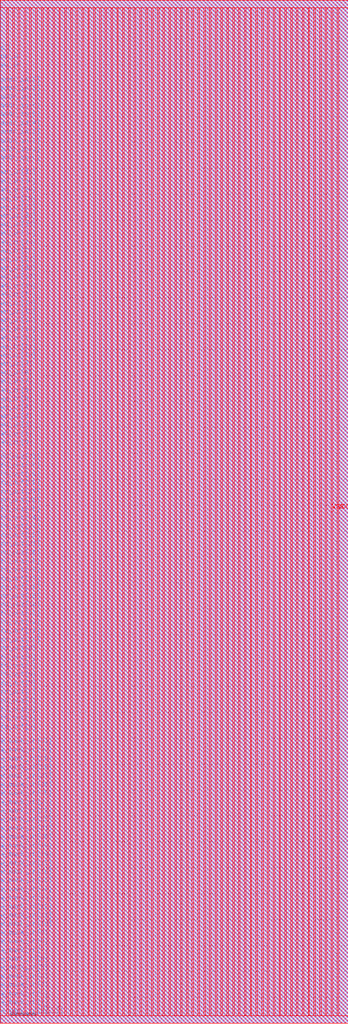
<source format=lef>
VERSION 5.7 ;
BUSBITCHARS "[]" ;
MACRO fakeram45_1024x32
  FOREIGN fakeram45_1024x32 0 0 ;
  SYMMETRY X Y R90 ;
  SIZE 67.260 BY 197.400 ;
  CLASS BLOCK ;
  PIN w_mask_in[0]
    DIRECTION INPUT ;
    USE SIGNAL ;
    SHAPE ABUTMENT ;
    PORT
      LAYER metal3 ;
      RECT 0.000 1.365 0.070 1.435 ;
    END
  END w_mask_in[0]
  PIN w_mask_in[1]
    DIRECTION INPUT ;
    USE SIGNAL ;
    SHAPE ABUTMENT ;
    PORT
      LAYER metal3 ;
      RECT 0.000 3.045 0.070 3.115 ;
    END
  END w_mask_in[1]
  PIN w_mask_in[2]
    DIRECTION INPUT ;
    USE SIGNAL ;
    SHAPE ABUTMENT ;
    PORT
      LAYER metal3 ;
      RECT 0.000 4.725 0.070 4.795 ;
    END
  END w_mask_in[2]
  PIN w_mask_in[3]
    DIRECTION INPUT ;
    USE SIGNAL ;
    SHAPE ABUTMENT ;
    PORT
      LAYER metal3 ;
      RECT 0.000 6.405 0.070 6.475 ;
    END
  END w_mask_in[3]
  PIN w_mask_in[4]
    DIRECTION INPUT ;
    USE SIGNAL ;
    SHAPE ABUTMENT ;
    PORT
      LAYER metal3 ;
      RECT 0.000 8.085 0.070 8.155 ;
    END
  END w_mask_in[4]
  PIN w_mask_in[5]
    DIRECTION INPUT ;
    USE SIGNAL ;
    SHAPE ABUTMENT ;
    PORT
      LAYER metal3 ;
      RECT 0.000 9.765 0.070 9.835 ;
    END
  END w_mask_in[5]
  PIN w_mask_in[6]
    DIRECTION INPUT ;
    USE SIGNAL ;
    SHAPE ABUTMENT ;
    PORT
      LAYER metal3 ;
      RECT 0.000 11.445 0.070 11.515 ;
    END
  END w_mask_in[6]
  PIN w_mask_in[7]
    DIRECTION INPUT ;
    USE SIGNAL ;
    SHAPE ABUTMENT ;
    PORT
      LAYER metal3 ;
      RECT 0.000 13.125 0.070 13.195 ;
    END
  END w_mask_in[7]
  PIN w_mask_in[8]
    DIRECTION INPUT ;
    USE SIGNAL ;
    SHAPE ABUTMENT ;
    PORT
      LAYER metal3 ;
      RECT 0.000 14.805 0.070 14.875 ;
    END
  END w_mask_in[8]
  PIN w_mask_in[9]
    DIRECTION INPUT ;
    USE SIGNAL ;
    SHAPE ABUTMENT ;
    PORT
      LAYER metal3 ;
      RECT 0.000 16.485 0.070 16.555 ;
    END
  END w_mask_in[9]
  PIN w_mask_in[10]
    DIRECTION INPUT ;
    USE SIGNAL ;
    SHAPE ABUTMENT ;
    PORT
      LAYER metal3 ;
      RECT 0.000 18.165 0.070 18.235 ;
    END
  END w_mask_in[10]
  PIN w_mask_in[11]
    DIRECTION INPUT ;
    USE SIGNAL ;
    SHAPE ABUTMENT ;
    PORT
      LAYER metal3 ;
      RECT 0.000 19.845 0.070 19.915 ;
    END
  END w_mask_in[11]
  PIN w_mask_in[12]
    DIRECTION INPUT ;
    USE SIGNAL ;
    SHAPE ABUTMENT ;
    PORT
      LAYER metal3 ;
      RECT 0.000 21.525 0.070 21.595 ;
    END
  END w_mask_in[12]
  PIN w_mask_in[13]
    DIRECTION INPUT ;
    USE SIGNAL ;
    SHAPE ABUTMENT ;
    PORT
      LAYER metal3 ;
      RECT 0.000 23.205 0.070 23.275 ;
    END
  END w_mask_in[13]
  PIN w_mask_in[14]
    DIRECTION INPUT ;
    USE SIGNAL ;
    SHAPE ABUTMENT ;
    PORT
      LAYER metal3 ;
      RECT 0.000 24.885 0.070 24.955 ;
    END
  END w_mask_in[14]
  PIN w_mask_in[15]
    DIRECTION INPUT ;
    USE SIGNAL ;
    SHAPE ABUTMENT ;
    PORT
      LAYER metal3 ;
      RECT 0.000 26.565 0.070 26.635 ;
    END
  END w_mask_in[15]
  PIN w_mask_in[16]
    DIRECTION INPUT ;
    USE SIGNAL ;
    SHAPE ABUTMENT ;
    PORT
      LAYER metal3 ;
      RECT 0.000 28.245 0.070 28.315 ;
    END
  END w_mask_in[16]
  PIN w_mask_in[17]
    DIRECTION INPUT ;
    USE SIGNAL ;
    SHAPE ABUTMENT ;
    PORT
      LAYER metal3 ;
      RECT 0.000 29.925 0.070 29.995 ;
    END
  END w_mask_in[17]
  PIN w_mask_in[18]
    DIRECTION INPUT ;
    USE SIGNAL ;
    SHAPE ABUTMENT ;
    PORT
      LAYER metal3 ;
      RECT 0.000 31.605 0.070 31.675 ;
    END
  END w_mask_in[18]
  PIN w_mask_in[19]
    DIRECTION INPUT ;
    USE SIGNAL ;
    SHAPE ABUTMENT ;
    PORT
      LAYER metal3 ;
      RECT 0.000 33.285 0.070 33.355 ;
    END
  END w_mask_in[19]
  PIN w_mask_in[20]
    DIRECTION INPUT ;
    USE SIGNAL ;
    SHAPE ABUTMENT ;
    PORT
      LAYER metal3 ;
      RECT 0.000 34.965 0.070 35.035 ;
    END
  END w_mask_in[20]
  PIN w_mask_in[21]
    DIRECTION INPUT ;
    USE SIGNAL ;
    SHAPE ABUTMENT ;
    PORT
      LAYER metal3 ;
      RECT 0.000 36.645 0.070 36.715 ;
    END
  END w_mask_in[21]
  PIN w_mask_in[22]
    DIRECTION INPUT ;
    USE SIGNAL ;
    SHAPE ABUTMENT ;
    PORT
      LAYER metal3 ;
      RECT 0.000 38.325 0.070 38.395 ;
    END
  END w_mask_in[22]
  PIN w_mask_in[23]
    DIRECTION INPUT ;
    USE SIGNAL ;
    SHAPE ABUTMENT ;
    PORT
      LAYER metal3 ;
      RECT 0.000 40.005 0.070 40.075 ;
    END
  END w_mask_in[23]
  PIN w_mask_in[24]
    DIRECTION INPUT ;
    USE SIGNAL ;
    SHAPE ABUTMENT ;
    PORT
      LAYER metal3 ;
      RECT 0.000 41.685 0.070 41.755 ;
    END
  END w_mask_in[24]
  PIN w_mask_in[25]
    DIRECTION INPUT ;
    USE SIGNAL ;
    SHAPE ABUTMENT ;
    PORT
      LAYER metal3 ;
      RECT 0.000 43.365 0.070 43.435 ;
    END
  END w_mask_in[25]
  PIN w_mask_in[26]
    DIRECTION INPUT ;
    USE SIGNAL ;
    SHAPE ABUTMENT ;
    PORT
      LAYER metal3 ;
      RECT 0.000 45.045 0.070 45.115 ;
    END
  END w_mask_in[26]
  PIN w_mask_in[27]
    DIRECTION INPUT ;
    USE SIGNAL ;
    SHAPE ABUTMENT ;
    PORT
      LAYER metal3 ;
      RECT 0.000 46.725 0.070 46.795 ;
    END
  END w_mask_in[27]
  PIN w_mask_in[28]
    DIRECTION INPUT ;
    USE SIGNAL ;
    SHAPE ABUTMENT ;
    PORT
      LAYER metal3 ;
      RECT 0.000 48.405 0.070 48.475 ;
    END
  END w_mask_in[28]
  PIN w_mask_in[29]
    DIRECTION INPUT ;
    USE SIGNAL ;
    SHAPE ABUTMENT ;
    PORT
      LAYER metal3 ;
      RECT 0.000 50.085 0.070 50.155 ;
    END
  END w_mask_in[29]
  PIN w_mask_in[30]
    DIRECTION INPUT ;
    USE SIGNAL ;
    SHAPE ABUTMENT ;
    PORT
      LAYER metal3 ;
      RECT 0.000 51.765 0.070 51.835 ;
    END
  END w_mask_in[30]
  PIN w_mask_in[31]
    DIRECTION INPUT ;
    USE SIGNAL ;
    SHAPE ABUTMENT ;
    PORT
      LAYER metal3 ;
      RECT 0.000 53.445 0.070 53.515 ;
    END
  END w_mask_in[31]
  PIN rd_out[0]
    DIRECTION OUTPUT ;
    USE SIGNAL ;
    SHAPE ABUTMENT ;
    PORT
      LAYER metal3 ;
      RECT 0.000 56.245 0.070 56.315 ;
    END
  END rd_out[0]
  PIN rd_out[1]
    DIRECTION OUTPUT ;
    USE SIGNAL ;
    SHAPE ABUTMENT ;
    PORT
      LAYER metal3 ;
      RECT 0.000 57.925 0.070 57.995 ;
    END
  END rd_out[1]
  PIN rd_out[2]
    DIRECTION OUTPUT ;
    USE SIGNAL ;
    SHAPE ABUTMENT ;
    PORT
      LAYER metal3 ;
      RECT 0.000 59.605 0.070 59.675 ;
    END
  END rd_out[2]
  PIN rd_out[3]
    DIRECTION OUTPUT ;
    USE SIGNAL ;
    SHAPE ABUTMENT ;
    PORT
      LAYER metal3 ;
      RECT 0.000 61.285 0.070 61.355 ;
    END
  END rd_out[3]
  PIN rd_out[4]
    DIRECTION OUTPUT ;
    USE SIGNAL ;
    SHAPE ABUTMENT ;
    PORT
      LAYER metal3 ;
      RECT 0.000 62.965 0.070 63.035 ;
    END
  END rd_out[4]
  PIN rd_out[5]
    DIRECTION OUTPUT ;
    USE SIGNAL ;
    SHAPE ABUTMENT ;
    PORT
      LAYER metal3 ;
      RECT 0.000 64.645 0.070 64.715 ;
    END
  END rd_out[5]
  PIN rd_out[6]
    DIRECTION OUTPUT ;
    USE SIGNAL ;
    SHAPE ABUTMENT ;
    PORT
      LAYER metal3 ;
      RECT 0.000 66.325 0.070 66.395 ;
    END
  END rd_out[6]
  PIN rd_out[7]
    DIRECTION OUTPUT ;
    USE SIGNAL ;
    SHAPE ABUTMENT ;
    PORT
      LAYER metal3 ;
      RECT 0.000 68.005 0.070 68.075 ;
    END
  END rd_out[7]
  PIN rd_out[8]
    DIRECTION OUTPUT ;
    USE SIGNAL ;
    SHAPE ABUTMENT ;
    PORT
      LAYER metal3 ;
      RECT 0.000 69.685 0.070 69.755 ;
    END
  END rd_out[8]
  PIN rd_out[9]
    DIRECTION OUTPUT ;
    USE SIGNAL ;
    SHAPE ABUTMENT ;
    PORT
      LAYER metal3 ;
      RECT 0.000 71.365 0.070 71.435 ;
    END
  END rd_out[9]
  PIN rd_out[10]
    DIRECTION OUTPUT ;
    USE SIGNAL ;
    SHAPE ABUTMENT ;
    PORT
      LAYER metal3 ;
      RECT 0.000 73.045 0.070 73.115 ;
    END
  END rd_out[10]
  PIN rd_out[11]
    DIRECTION OUTPUT ;
    USE SIGNAL ;
    SHAPE ABUTMENT ;
    PORT
      LAYER metal3 ;
      RECT 0.000 74.725 0.070 74.795 ;
    END
  END rd_out[11]
  PIN rd_out[12]
    DIRECTION OUTPUT ;
    USE SIGNAL ;
    SHAPE ABUTMENT ;
    PORT
      LAYER metal3 ;
      RECT 0.000 76.405 0.070 76.475 ;
    END
  END rd_out[12]
  PIN rd_out[13]
    DIRECTION OUTPUT ;
    USE SIGNAL ;
    SHAPE ABUTMENT ;
    PORT
      LAYER metal3 ;
      RECT 0.000 78.085 0.070 78.155 ;
    END
  END rd_out[13]
  PIN rd_out[14]
    DIRECTION OUTPUT ;
    USE SIGNAL ;
    SHAPE ABUTMENT ;
    PORT
      LAYER metal3 ;
      RECT 0.000 79.765 0.070 79.835 ;
    END
  END rd_out[14]
  PIN rd_out[15]
    DIRECTION OUTPUT ;
    USE SIGNAL ;
    SHAPE ABUTMENT ;
    PORT
      LAYER metal3 ;
      RECT 0.000 81.445 0.070 81.515 ;
    END
  END rd_out[15]
  PIN rd_out[16]
    DIRECTION OUTPUT ;
    USE SIGNAL ;
    SHAPE ABUTMENT ;
    PORT
      LAYER metal3 ;
      RECT 0.000 83.125 0.070 83.195 ;
    END
  END rd_out[16]
  PIN rd_out[17]
    DIRECTION OUTPUT ;
    USE SIGNAL ;
    SHAPE ABUTMENT ;
    PORT
      LAYER metal3 ;
      RECT 0.000 84.805 0.070 84.875 ;
    END
  END rd_out[17]
  PIN rd_out[18]
    DIRECTION OUTPUT ;
    USE SIGNAL ;
    SHAPE ABUTMENT ;
    PORT
      LAYER metal3 ;
      RECT 0.000 86.485 0.070 86.555 ;
    END
  END rd_out[18]
  PIN rd_out[19]
    DIRECTION OUTPUT ;
    USE SIGNAL ;
    SHAPE ABUTMENT ;
    PORT
      LAYER metal3 ;
      RECT 0.000 88.165 0.070 88.235 ;
    END
  END rd_out[19]
  PIN rd_out[20]
    DIRECTION OUTPUT ;
    USE SIGNAL ;
    SHAPE ABUTMENT ;
    PORT
      LAYER metal3 ;
      RECT 0.000 89.845 0.070 89.915 ;
    END
  END rd_out[20]
  PIN rd_out[21]
    DIRECTION OUTPUT ;
    USE SIGNAL ;
    SHAPE ABUTMENT ;
    PORT
      LAYER metal3 ;
      RECT 0.000 91.525 0.070 91.595 ;
    END
  END rd_out[21]
  PIN rd_out[22]
    DIRECTION OUTPUT ;
    USE SIGNAL ;
    SHAPE ABUTMENT ;
    PORT
      LAYER metal3 ;
      RECT 0.000 93.205 0.070 93.275 ;
    END
  END rd_out[22]
  PIN rd_out[23]
    DIRECTION OUTPUT ;
    USE SIGNAL ;
    SHAPE ABUTMENT ;
    PORT
      LAYER metal3 ;
      RECT 0.000 94.885 0.070 94.955 ;
    END
  END rd_out[23]
  PIN rd_out[24]
    DIRECTION OUTPUT ;
    USE SIGNAL ;
    SHAPE ABUTMENT ;
    PORT
      LAYER metal3 ;
      RECT 0.000 96.565 0.070 96.635 ;
    END
  END rd_out[24]
  PIN rd_out[25]
    DIRECTION OUTPUT ;
    USE SIGNAL ;
    SHAPE ABUTMENT ;
    PORT
      LAYER metal3 ;
      RECT 0.000 98.245 0.070 98.315 ;
    END
  END rd_out[25]
  PIN rd_out[26]
    DIRECTION OUTPUT ;
    USE SIGNAL ;
    SHAPE ABUTMENT ;
    PORT
      LAYER metal3 ;
      RECT 0.000 99.925 0.070 99.995 ;
    END
  END rd_out[26]
  PIN rd_out[27]
    DIRECTION OUTPUT ;
    USE SIGNAL ;
    SHAPE ABUTMENT ;
    PORT
      LAYER metal3 ;
      RECT 0.000 101.605 0.070 101.675 ;
    END
  END rd_out[27]
  PIN rd_out[28]
    DIRECTION OUTPUT ;
    USE SIGNAL ;
    SHAPE ABUTMENT ;
    PORT
      LAYER metal3 ;
      RECT 0.000 103.285 0.070 103.355 ;
    END
  END rd_out[28]
  PIN rd_out[29]
    DIRECTION OUTPUT ;
    USE SIGNAL ;
    SHAPE ABUTMENT ;
    PORT
      LAYER metal3 ;
      RECT 0.000 104.965 0.070 105.035 ;
    END
  END rd_out[29]
  PIN rd_out[30]
    DIRECTION OUTPUT ;
    USE SIGNAL ;
    SHAPE ABUTMENT ;
    PORT
      LAYER metal3 ;
      RECT 0.000 106.645 0.070 106.715 ;
    END
  END rd_out[30]
  PIN rd_out[31]
    DIRECTION OUTPUT ;
    USE SIGNAL ;
    SHAPE ABUTMENT ;
    PORT
      LAYER metal3 ;
      RECT 0.000 108.325 0.070 108.395 ;
    END
  END rd_out[31]
  PIN wd_in[0]
    DIRECTION INPUT ;
    USE SIGNAL ;
    SHAPE ABUTMENT ;
    PORT
      LAYER metal3 ;
      RECT 0.000 111.125 0.070 111.195 ;
    END
  END wd_in[0]
  PIN wd_in[1]
    DIRECTION INPUT ;
    USE SIGNAL ;
    SHAPE ABUTMENT ;
    PORT
      LAYER metal3 ;
      RECT 0.000 112.805 0.070 112.875 ;
    END
  END wd_in[1]
  PIN wd_in[2]
    DIRECTION INPUT ;
    USE SIGNAL ;
    SHAPE ABUTMENT ;
    PORT
      LAYER metal3 ;
      RECT 0.000 114.485 0.070 114.555 ;
    END
  END wd_in[2]
  PIN wd_in[3]
    DIRECTION INPUT ;
    USE SIGNAL ;
    SHAPE ABUTMENT ;
    PORT
      LAYER metal3 ;
      RECT 0.000 116.165 0.070 116.235 ;
    END
  END wd_in[3]
  PIN wd_in[4]
    DIRECTION INPUT ;
    USE SIGNAL ;
    SHAPE ABUTMENT ;
    PORT
      LAYER metal3 ;
      RECT 0.000 117.845 0.070 117.915 ;
    END
  END wd_in[4]
  PIN wd_in[5]
    DIRECTION INPUT ;
    USE SIGNAL ;
    SHAPE ABUTMENT ;
    PORT
      LAYER metal3 ;
      RECT 0.000 119.525 0.070 119.595 ;
    END
  END wd_in[5]
  PIN wd_in[6]
    DIRECTION INPUT ;
    USE SIGNAL ;
    SHAPE ABUTMENT ;
    PORT
      LAYER metal3 ;
      RECT 0.000 121.205 0.070 121.275 ;
    END
  END wd_in[6]
  PIN wd_in[7]
    DIRECTION INPUT ;
    USE SIGNAL ;
    SHAPE ABUTMENT ;
    PORT
      LAYER metal3 ;
      RECT 0.000 122.885 0.070 122.955 ;
    END
  END wd_in[7]
  PIN wd_in[8]
    DIRECTION INPUT ;
    USE SIGNAL ;
    SHAPE ABUTMENT ;
    PORT
      LAYER metal3 ;
      RECT 0.000 124.565 0.070 124.635 ;
    END
  END wd_in[8]
  PIN wd_in[9]
    DIRECTION INPUT ;
    USE SIGNAL ;
    SHAPE ABUTMENT ;
    PORT
      LAYER metal3 ;
      RECT 0.000 126.245 0.070 126.315 ;
    END
  END wd_in[9]
  PIN wd_in[10]
    DIRECTION INPUT ;
    USE SIGNAL ;
    SHAPE ABUTMENT ;
    PORT
      LAYER metal3 ;
      RECT 0.000 127.925 0.070 127.995 ;
    END
  END wd_in[10]
  PIN wd_in[11]
    DIRECTION INPUT ;
    USE SIGNAL ;
    SHAPE ABUTMENT ;
    PORT
      LAYER metal3 ;
      RECT 0.000 129.605 0.070 129.675 ;
    END
  END wd_in[11]
  PIN wd_in[12]
    DIRECTION INPUT ;
    USE SIGNAL ;
    SHAPE ABUTMENT ;
    PORT
      LAYER metal3 ;
      RECT 0.000 131.285 0.070 131.355 ;
    END
  END wd_in[12]
  PIN wd_in[13]
    DIRECTION INPUT ;
    USE SIGNAL ;
    SHAPE ABUTMENT ;
    PORT
      LAYER metal3 ;
      RECT 0.000 132.965 0.070 133.035 ;
    END
  END wd_in[13]
  PIN wd_in[14]
    DIRECTION INPUT ;
    USE SIGNAL ;
    SHAPE ABUTMENT ;
    PORT
      LAYER metal3 ;
      RECT 0.000 134.645 0.070 134.715 ;
    END
  END wd_in[14]
  PIN wd_in[15]
    DIRECTION INPUT ;
    USE SIGNAL ;
    SHAPE ABUTMENT ;
    PORT
      LAYER metal3 ;
      RECT 0.000 136.325 0.070 136.395 ;
    END
  END wd_in[15]
  PIN wd_in[16]
    DIRECTION INPUT ;
    USE SIGNAL ;
    SHAPE ABUTMENT ;
    PORT
      LAYER metal3 ;
      RECT 0.000 138.005 0.070 138.075 ;
    END
  END wd_in[16]
  PIN wd_in[17]
    DIRECTION INPUT ;
    USE SIGNAL ;
    SHAPE ABUTMENT ;
    PORT
      LAYER metal3 ;
      RECT 0.000 139.685 0.070 139.755 ;
    END
  END wd_in[17]
  PIN wd_in[18]
    DIRECTION INPUT ;
    USE SIGNAL ;
    SHAPE ABUTMENT ;
    PORT
      LAYER metal3 ;
      RECT 0.000 141.365 0.070 141.435 ;
    END
  END wd_in[18]
  PIN wd_in[19]
    DIRECTION INPUT ;
    USE SIGNAL ;
    SHAPE ABUTMENT ;
    PORT
      LAYER metal3 ;
      RECT 0.000 143.045 0.070 143.115 ;
    END
  END wd_in[19]
  PIN wd_in[20]
    DIRECTION INPUT ;
    USE SIGNAL ;
    SHAPE ABUTMENT ;
    PORT
      LAYER metal3 ;
      RECT 0.000 144.725 0.070 144.795 ;
    END
  END wd_in[20]
  PIN wd_in[21]
    DIRECTION INPUT ;
    USE SIGNAL ;
    SHAPE ABUTMENT ;
    PORT
      LAYER metal3 ;
      RECT 0.000 146.405 0.070 146.475 ;
    END
  END wd_in[21]
  PIN wd_in[22]
    DIRECTION INPUT ;
    USE SIGNAL ;
    SHAPE ABUTMENT ;
    PORT
      LAYER metal3 ;
      RECT 0.000 148.085 0.070 148.155 ;
    END
  END wd_in[22]
  PIN wd_in[23]
    DIRECTION INPUT ;
    USE SIGNAL ;
    SHAPE ABUTMENT ;
    PORT
      LAYER metal3 ;
      RECT 0.000 149.765 0.070 149.835 ;
    END
  END wd_in[23]
  PIN wd_in[24]
    DIRECTION INPUT ;
    USE SIGNAL ;
    SHAPE ABUTMENT ;
    PORT
      LAYER metal3 ;
      RECT 0.000 151.445 0.070 151.515 ;
    END
  END wd_in[24]
  PIN wd_in[25]
    DIRECTION INPUT ;
    USE SIGNAL ;
    SHAPE ABUTMENT ;
    PORT
      LAYER metal3 ;
      RECT 0.000 153.125 0.070 153.195 ;
    END
  END wd_in[25]
  PIN wd_in[26]
    DIRECTION INPUT ;
    USE SIGNAL ;
    SHAPE ABUTMENT ;
    PORT
      LAYER metal3 ;
      RECT 0.000 154.805 0.070 154.875 ;
    END
  END wd_in[26]
  PIN wd_in[27]
    DIRECTION INPUT ;
    USE SIGNAL ;
    SHAPE ABUTMENT ;
    PORT
      LAYER metal3 ;
      RECT 0.000 156.485 0.070 156.555 ;
    END
  END wd_in[27]
  PIN wd_in[28]
    DIRECTION INPUT ;
    USE SIGNAL ;
    SHAPE ABUTMENT ;
    PORT
      LAYER metal3 ;
      RECT 0.000 158.165 0.070 158.235 ;
    END
  END wd_in[28]
  PIN wd_in[29]
    DIRECTION INPUT ;
    USE SIGNAL ;
    SHAPE ABUTMENT ;
    PORT
      LAYER metal3 ;
      RECT 0.000 159.845 0.070 159.915 ;
    END
  END wd_in[29]
  PIN wd_in[30]
    DIRECTION INPUT ;
    USE SIGNAL ;
    SHAPE ABUTMENT ;
    PORT
      LAYER metal3 ;
      RECT 0.000 161.525 0.070 161.595 ;
    END
  END wd_in[30]
  PIN wd_in[31]
    DIRECTION INPUT ;
    USE SIGNAL ;
    SHAPE ABUTMENT ;
    PORT
      LAYER metal3 ;
      RECT 0.000 163.205 0.070 163.275 ;
    END
  END wd_in[31]
  PIN addr_in[0]
    DIRECTION INPUT ;
    USE SIGNAL ;
    SHAPE ABUTMENT ;
    PORT
      LAYER metal3 ;
      RECT 0.000 166.005 0.070 166.075 ;
    END
  END addr_in[0]
  PIN addr_in[1]
    DIRECTION INPUT ;
    USE SIGNAL ;
    SHAPE ABUTMENT ;
    PORT
      LAYER metal3 ;
      RECT 0.000 167.685 0.070 167.755 ;
    END
  END addr_in[1]
  PIN addr_in[2]
    DIRECTION INPUT ;
    USE SIGNAL ;
    SHAPE ABUTMENT ;
    PORT
      LAYER metal3 ;
      RECT 0.000 169.365 0.070 169.435 ;
    END
  END addr_in[2]
  PIN addr_in[3]
    DIRECTION INPUT ;
    USE SIGNAL ;
    SHAPE ABUTMENT ;
    PORT
      LAYER metal3 ;
      RECT 0.000 171.045 0.070 171.115 ;
    END
  END addr_in[3]
  PIN addr_in[4]
    DIRECTION INPUT ;
    USE SIGNAL ;
    SHAPE ABUTMENT ;
    PORT
      LAYER metal3 ;
      RECT 0.000 172.725 0.070 172.795 ;
    END
  END addr_in[4]
  PIN addr_in[5]
    DIRECTION INPUT ;
    USE SIGNAL ;
    SHAPE ABUTMENT ;
    PORT
      LAYER metal3 ;
      RECT 0.000 174.405 0.070 174.475 ;
    END
  END addr_in[5]
  PIN addr_in[6]
    DIRECTION INPUT ;
    USE SIGNAL ;
    SHAPE ABUTMENT ;
    PORT
      LAYER metal3 ;
      RECT 0.000 176.085 0.070 176.155 ;
    END
  END addr_in[6]
  PIN addr_in[7]
    DIRECTION INPUT ;
    USE SIGNAL ;
    SHAPE ABUTMENT ;
    PORT
      LAYER metal3 ;
      RECT 0.000 177.765 0.070 177.835 ;
    END
  END addr_in[7]
  PIN addr_in[8]
    DIRECTION INPUT ;
    USE SIGNAL ;
    SHAPE ABUTMENT ;
    PORT
      LAYER metal3 ;
      RECT 0.000 179.445 0.070 179.515 ;
    END
  END addr_in[8]
  PIN addr_in[9]
    DIRECTION INPUT ;
    USE SIGNAL ;
    SHAPE ABUTMENT ;
    PORT
      LAYER metal3 ;
      RECT 0.000 181.125 0.070 181.195 ;
    END
  END addr_in[9]
  PIN we_in
    DIRECTION INPUT ;
    USE SIGNAL ;
    SHAPE ABUTMENT ;
    PORT
      LAYER metal3 ;
      RECT 0.000 183.925 0.070 183.995 ;
    END
  END we_in
  PIN ce_in
    DIRECTION INPUT ;
    USE SIGNAL ;
    SHAPE ABUTMENT ;
    PORT
      LAYER metal3 ;
      RECT 0.000 185.605 0.070 185.675 ;
    END
  END ce_in
  PIN clk
    DIRECTION INPUT ;
    USE SIGNAL ;
    SHAPE ABUTMENT ;
    PORT
      LAYER metal3 ;
      RECT 0.000 187.285 0.070 187.355 ;
    END
  END clk
  PIN VSS
    DIRECTION INOUT ;
    USE GROUND ;
    PORT
      LAYER metal4 ;
      RECT 1.260 1.400 1.540 196.000 ;
      RECT 3.500 1.400 3.780 196.000 ;
      RECT 5.740 1.400 6.020 196.000 ;
      RECT 7.980 1.400 8.260 196.000 ;
      RECT 10.220 1.400 10.500 196.000 ;
      RECT 12.460 1.400 12.740 196.000 ;
      RECT 14.700 1.400 14.980 196.000 ;
      RECT 16.940 1.400 17.220 196.000 ;
      RECT 19.180 1.400 19.460 196.000 ;
      RECT 21.420 1.400 21.700 196.000 ;
      RECT 23.660 1.400 23.940 196.000 ;
      RECT 25.900 1.400 26.180 196.000 ;
      RECT 28.140 1.400 28.420 196.000 ;
      RECT 30.380 1.400 30.660 196.000 ;
      RECT 32.620 1.400 32.900 196.000 ;
      RECT 34.860 1.400 35.140 196.000 ;
      RECT 37.100 1.400 37.380 196.000 ;
      RECT 39.340 1.400 39.620 196.000 ;
      RECT 41.580 1.400 41.860 196.000 ;
      RECT 43.820 1.400 44.100 196.000 ;
      RECT 46.060 1.400 46.340 196.000 ;
      RECT 48.300 1.400 48.580 196.000 ;
      RECT 50.540 1.400 50.820 196.000 ;
      RECT 52.780 1.400 53.060 196.000 ;
      RECT 55.020 1.400 55.300 196.000 ;
      RECT 57.260 1.400 57.540 196.000 ;
      RECT 59.500 1.400 59.780 196.000 ;
      RECT 61.740 1.400 62.020 196.000 ;
      RECT 63.980 1.400 64.260 196.000 ;
    END
  END VSS
  PIN VDD
    DIRECTION INOUT ;
    USE POWER ;
    PORT
      LAYER metal4 ;
      RECT 2.380 1.400 2.660 196.000 ;
      RECT 4.620 1.400 4.900 196.000 ;
      RECT 6.860 1.400 7.140 196.000 ;
      RECT 9.100 1.400 9.380 196.000 ;
      RECT 11.340 1.400 11.620 196.000 ;
      RECT 13.580 1.400 13.860 196.000 ;
      RECT 15.820 1.400 16.100 196.000 ;
      RECT 18.060 1.400 18.340 196.000 ;
      RECT 20.300 1.400 20.580 196.000 ;
      RECT 22.540 1.400 22.820 196.000 ;
      RECT 24.780 1.400 25.060 196.000 ;
      RECT 27.020 1.400 27.300 196.000 ;
      RECT 29.260 1.400 29.540 196.000 ;
      RECT 31.500 1.400 31.780 196.000 ;
      RECT 33.740 1.400 34.020 196.000 ;
      RECT 35.980 1.400 36.260 196.000 ;
      RECT 38.220 1.400 38.500 196.000 ;
      RECT 40.460 1.400 40.740 196.000 ;
      RECT 42.700 1.400 42.980 196.000 ;
      RECT 44.940 1.400 45.220 196.000 ;
      RECT 47.180 1.400 47.460 196.000 ;
      RECT 49.420 1.400 49.700 196.000 ;
      RECT 51.660 1.400 51.940 196.000 ;
      RECT 53.900 1.400 54.180 196.000 ;
      RECT 56.140 1.400 56.420 196.000 ;
      RECT 58.380 1.400 58.660 196.000 ;
      RECT 60.620 1.400 60.900 196.000 ;
      RECT 62.860 1.400 63.140 196.000 ;
      RECT 65.100 1.400 65.380 196.000 ;
    END
  END VDD
  OBS
    LAYER metal1 ;
    RECT 0 0 67.260 197.400 ;
    LAYER metal2 ;
    RECT 0 0 67.260 197.400 ;
    LAYER metal3 ;
    RECT 0.070 0 67.260 197.400 ;
    RECT 0 0.000 0.070 1.365 ;
    RECT 0 1.435 0.070 3.045 ;
    RECT 0 3.115 0.070 4.725 ;
    RECT 0 4.795 0.070 6.405 ;
    RECT 0 6.475 0.070 8.085 ;
    RECT 0 8.155 0.070 9.765 ;
    RECT 0 9.835 0.070 11.445 ;
    RECT 0 11.515 0.070 13.125 ;
    RECT 0 13.195 0.070 14.805 ;
    RECT 0 14.875 0.070 16.485 ;
    RECT 0 16.555 0.070 18.165 ;
    RECT 0 18.235 0.070 19.845 ;
    RECT 0 19.915 0.070 21.525 ;
    RECT 0 21.595 0.070 23.205 ;
    RECT 0 23.275 0.070 24.885 ;
    RECT 0 24.955 0.070 26.565 ;
    RECT 0 26.635 0.070 28.245 ;
    RECT 0 28.315 0.070 29.925 ;
    RECT 0 29.995 0.070 31.605 ;
    RECT 0 31.675 0.070 33.285 ;
    RECT 0 33.355 0.070 34.965 ;
    RECT 0 35.035 0.070 36.645 ;
    RECT 0 36.715 0.070 38.325 ;
    RECT 0 38.395 0.070 40.005 ;
    RECT 0 40.075 0.070 41.685 ;
    RECT 0 41.755 0.070 43.365 ;
    RECT 0 43.435 0.070 45.045 ;
    RECT 0 45.115 0.070 46.725 ;
    RECT 0 46.795 0.070 48.405 ;
    RECT 0 48.475 0.070 50.085 ;
    RECT 0 50.155 0.070 51.765 ;
    RECT 0 51.835 0.070 53.445 ;
    RECT 0 53.515 0.070 56.245 ;
    RECT 0 56.315 0.070 57.925 ;
    RECT 0 57.995 0.070 59.605 ;
    RECT 0 59.675 0.070 61.285 ;
    RECT 0 61.355 0.070 62.965 ;
    RECT 0 63.035 0.070 64.645 ;
    RECT 0 64.715 0.070 66.325 ;
    RECT 0 66.395 0.070 68.005 ;
    RECT 0 68.075 0.070 69.685 ;
    RECT 0 69.755 0.070 71.365 ;
    RECT 0 71.435 0.070 73.045 ;
    RECT 0 73.115 0.070 74.725 ;
    RECT 0 74.795 0.070 76.405 ;
    RECT 0 76.475 0.070 78.085 ;
    RECT 0 78.155 0.070 79.765 ;
    RECT 0 79.835 0.070 81.445 ;
    RECT 0 81.515 0.070 83.125 ;
    RECT 0 83.195 0.070 84.805 ;
    RECT 0 84.875 0.070 86.485 ;
    RECT 0 86.555 0.070 88.165 ;
    RECT 0 88.235 0.070 89.845 ;
    RECT 0 89.915 0.070 91.525 ;
    RECT 0 91.595 0.070 93.205 ;
    RECT 0 93.275 0.070 94.885 ;
    RECT 0 94.955 0.070 96.565 ;
    RECT 0 96.635 0.070 98.245 ;
    RECT 0 98.315 0.070 99.925 ;
    RECT 0 99.995 0.070 101.605 ;
    RECT 0 101.675 0.070 103.285 ;
    RECT 0 103.355 0.070 104.965 ;
    RECT 0 105.035 0.070 106.645 ;
    RECT 0 106.715 0.070 108.325 ;
    RECT 0 108.395 0.070 111.125 ;
    RECT 0 111.195 0.070 112.805 ;
    RECT 0 112.875 0.070 114.485 ;
    RECT 0 114.555 0.070 116.165 ;
    RECT 0 116.235 0.070 117.845 ;
    RECT 0 117.915 0.070 119.525 ;
    RECT 0 119.595 0.070 121.205 ;
    RECT 0 121.275 0.070 122.885 ;
    RECT 0 122.955 0.070 124.565 ;
    RECT 0 124.635 0.070 126.245 ;
    RECT 0 126.315 0.070 127.925 ;
    RECT 0 127.995 0.070 129.605 ;
    RECT 0 129.675 0.070 131.285 ;
    RECT 0 131.355 0.070 132.965 ;
    RECT 0 133.035 0.070 134.645 ;
    RECT 0 134.715 0.070 136.325 ;
    RECT 0 136.395 0.070 138.005 ;
    RECT 0 138.075 0.070 139.685 ;
    RECT 0 139.755 0.070 141.365 ;
    RECT 0 141.435 0.070 143.045 ;
    RECT 0 143.115 0.070 144.725 ;
    RECT 0 144.795 0.070 146.405 ;
    RECT 0 146.475 0.070 148.085 ;
    RECT 0 148.155 0.070 149.765 ;
    RECT 0 149.835 0.070 151.445 ;
    RECT 0 151.515 0.070 153.125 ;
    RECT 0 153.195 0.070 154.805 ;
    RECT 0 154.875 0.070 156.485 ;
    RECT 0 156.555 0.070 158.165 ;
    RECT 0 158.235 0.070 159.845 ;
    RECT 0 159.915 0.070 161.525 ;
    RECT 0 161.595 0.070 163.205 ;
    RECT 0 163.275 0.070 166.005 ;
    RECT 0 166.075 0.070 167.685 ;
    RECT 0 167.755 0.070 169.365 ;
    RECT 0 169.435 0.070 171.045 ;
    RECT 0 171.115 0.070 172.725 ;
    RECT 0 172.795 0.070 174.405 ;
    RECT 0 174.475 0.070 176.085 ;
    RECT 0 176.155 0.070 177.765 ;
    RECT 0 177.835 0.070 179.445 ;
    RECT 0 179.515 0.070 181.125 ;
    RECT 0 181.195 0.070 183.925 ;
    RECT 0 183.995 0.070 185.605 ;
    RECT 0 185.675 0.070 187.285 ;
    RECT 0 187.355 0.070 197.400 ;
    LAYER metal4 ;
    RECT 0 0 67.260 1.400 ;
    RECT 0 196.000 67.260 197.400 ;
    RECT 0.000 1.400 1.260 196.000 ;
    RECT 1.540 1.400 2.380 196.000 ;
    RECT 2.660 1.400 3.500 196.000 ;
    RECT 3.780 1.400 4.620 196.000 ;
    RECT 4.900 1.400 5.740 196.000 ;
    RECT 6.020 1.400 6.860 196.000 ;
    RECT 7.140 1.400 7.980 196.000 ;
    RECT 8.260 1.400 9.100 196.000 ;
    RECT 9.380 1.400 10.220 196.000 ;
    RECT 10.500 1.400 11.340 196.000 ;
    RECT 11.620 1.400 12.460 196.000 ;
    RECT 12.740 1.400 13.580 196.000 ;
    RECT 13.860 1.400 14.700 196.000 ;
    RECT 14.980 1.400 15.820 196.000 ;
    RECT 16.100 1.400 16.940 196.000 ;
    RECT 17.220 1.400 18.060 196.000 ;
    RECT 18.340 1.400 19.180 196.000 ;
    RECT 19.460 1.400 20.300 196.000 ;
    RECT 20.580 1.400 21.420 196.000 ;
    RECT 21.700 1.400 22.540 196.000 ;
    RECT 22.820 1.400 23.660 196.000 ;
    RECT 23.940 1.400 24.780 196.000 ;
    RECT 25.060 1.400 25.900 196.000 ;
    RECT 26.180 1.400 27.020 196.000 ;
    RECT 27.300 1.400 28.140 196.000 ;
    RECT 28.420 1.400 29.260 196.000 ;
    RECT 29.540 1.400 30.380 196.000 ;
    RECT 30.660 1.400 31.500 196.000 ;
    RECT 31.780 1.400 32.620 196.000 ;
    RECT 32.900 1.400 33.740 196.000 ;
    RECT 34.020 1.400 34.860 196.000 ;
    RECT 35.140 1.400 35.980 196.000 ;
    RECT 36.260 1.400 37.100 196.000 ;
    RECT 37.380 1.400 38.220 196.000 ;
    RECT 38.500 1.400 39.340 196.000 ;
    RECT 39.620 1.400 40.460 196.000 ;
    RECT 40.740 1.400 41.580 196.000 ;
    RECT 41.860 1.400 42.700 196.000 ;
    RECT 42.980 1.400 43.820 196.000 ;
    RECT 44.100 1.400 44.940 196.000 ;
    RECT 45.220 1.400 46.060 196.000 ;
    RECT 46.340 1.400 47.180 196.000 ;
    RECT 47.460 1.400 48.300 196.000 ;
    RECT 48.580 1.400 49.420 196.000 ;
    RECT 49.700 1.400 50.540 196.000 ;
    RECT 50.820 1.400 51.660 196.000 ;
    RECT 51.940 1.400 52.780 196.000 ;
    RECT 53.060 1.400 53.900 196.000 ;
    RECT 54.180 1.400 55.020 196.000 ;
    RECT 55.300 1.400 56.140 196.000 ;
    RECT 56.420 1.400 57.260 196.000 ;
    RECT 57.540 1.400 58.380 196.000 ;
    RECT 58.660 1.400 59.500 196.000 ;
    RECT 59.780 1.400 60.620 196.000 ;
    RECT 60.900 1.400 61.740 196.000 ;
    RECT 62.020 1.400 62.860 196.000 ;
    RECT 63.140 1.400 63.980 196.000 ;
    RECT 64.260 1.400 65.100 196.000 ;
    RECT 65.380 1.400 67.260 196.000 ;
    LAYER OVERLAP ;
    RECT 0 0 67.260 197.400 ;
  END
END fakeram45_1024x32

END LIBRARY

</source>
